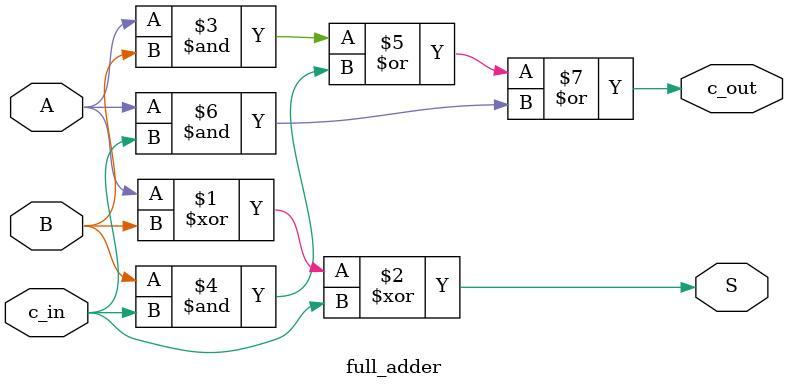
<source format=sv>
module full_adder
(
	input A, B, c_in,
	output S, c_out
);

	assign S = A^B^c_in;
	assign c_out = (A&B)|(B&c_in)|(A&c_in);

endmodule
</source>
